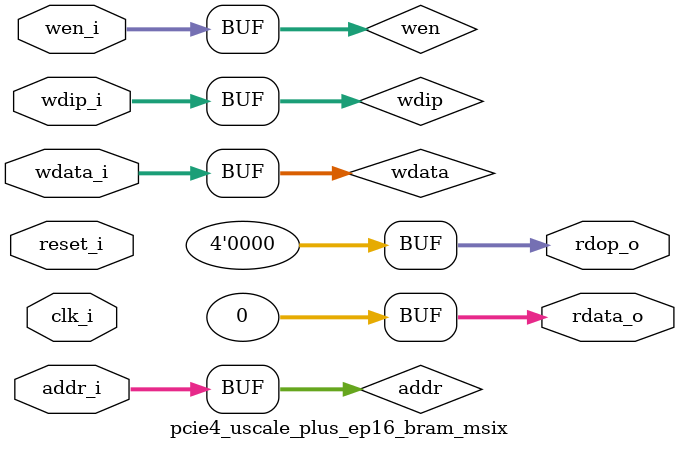
<source format=v>
`timescale 1ps/1ps

(* DowngradeIPIdentifiedWarnings = "yes" *)
module pcie4_uscale_plus_ep16_bram_msix #(

  parameter           TCQ = 100
, parameter           TO_RAM_PIPELINE="FALSE"
, parameter           FROM_RAM_PIPELINE="FALSE"
, parameter           MSIX_CAP_TABLE_SIZE=11'h0
, parameter           MSIX_TABLE_RAM_ENABLE="FALSE"

  ) (

  input  wire         clk_i,
  input  wire         reset_i,

  input  wire  [12:0] addr_i,
  input  wire  [31:0] wdata_i,
  input  wire   [3:0] wdip_i,
  input  wire   [3:0] wen_i,
  output wire  [31:0] rdata_o,
  output wire   [3:0] rdop_o

  );

  // WIP : Use Total number of functions (PFs + VFs) to calculate the NUM_BRAM_4K
  localparam integer NUM_BRAM_4K = (MSIX_TABLE_RAM_ENABLE == "TRUE") ? 8 : 0 ;
 

  reg          [12:0] addr;
  reg          [12:0] addr_p0;
  reg          [12:0] addr_p1;
  reg          [31:0] wdata;
  reg           [3:0] wdip;
  reg           [3:0] wen;
  reg          [31:0] reg_rdata;
  reg           [3:0] reg_rdop;
  wire         [31:0] rdata;
  wire          [3:0] rdop;
  genvar              i;
  wire    [(8*4)-1:0] bram_4k_wen;
  wire   [(8*32)-1:0] rdata_t;
  wire    [(8*4)-1:0] rdop_t;

  //
  // Optional input pipe stages
  //
  generate

    if (TO_RAM_PIPELINE == "TRUE") begin : TORAMPIPELINE

      always @(posedge clk_i) begin
     
        if (reset_i) begin

          addr <= #(TCQ) 13'b0;
          wdata <= #(TCQ) 32'b0;
          wdip <= #(TCQ) 4'b0;
          wen <= #(TCQ) 4'b0;

        end else begin

          addr <= #(TCQ) addr_i;
          wdata <= #(TCQ) wdata_i;
          wdip <= #(TCQ) wdip_i;
          wen <= #(TCQ) wen_i;

        end

      end

    end else begin : NOTORAMPIPELINE

      always @(*) begin

          addr = addr_i;
          wdata = wdata_i;
          wdip = wdip_i;
          wen = wen_i;

      end


    end

  endgenerate

  // 
  // Address pipeline
  //
  always @(posedge clk_i) begin
     
    if (reset_i) begin

      addr_p0 <= #(TCQ) 13'b0;
      addr_p1 <= #(TCQ) 13'b0;

    end else begin

      addr_p0 <= #(TCQ) addr;
      addr_p1 <= #(TCQ) addr_p0;

    end

  end

  //
  // Optional output pipe stages
  //
  generate

    if (FROM_RAM_PIPELINE == "TRUE") begin : FRMRAMPIPELINE


      always @(posedge clk_i) begin
     
        if (reset_i) begin

          reg_rdata <= #(TCQ) 32'b0;
          reg_rdop <= #(TCQ) 4'b0;

        end else begin

          case (addr_p1[12:10]) 
            3'b000 : begin
              reg_rdata <= #(TCQ) rdata_t[(32*(0))+31:(32*(0))+0];
              reg_rdop <= #(TCQ) rdop_t[(4*(0))+3:(4*(0))+0];
            end
            3'b001 : begin
              reg_rdata <= #(TCQ) rdata_t[(32*(1))+31:(32*(1))+0];
              reg_rdop <= #(TCQ) rdop_t[(4*(1))+3:(4*(1))+0];
            end
            3'b010 : begin
              reg_rdata <= #(TCQ) rdata_t[(32*(2))+31:(32*(2))+0];
              reg_rdop <= #(TCQ) rdop_t[(4*(2))+3:(4*(2))+0];
            end
            3'b011 : begin
              reg_rdata <= #(TCQ) rdata_t[(32*(3))+31:(32*(3))+0];
              reg_rdop <= #(TCQ) rdop_t[(4*(3))+3:(4*(3))+0];
            end
            3'b100 : begin
              reg_rdata <= #(TCQ) rdata_t[(32*(4))+31:(32*(4))+0];
              reg_rdop <= #(TCQ) rdop_t[(4*(4))+3:(4*(4))+0];
            end
            3'b101 : begin
              reg_rdata <= #(TCQ) rdata_t[(32*(5))+31:(32*(5))+0];
              reg_rdop <= #(TCQ) rdop_t[(4*(5))+3:(4*(5))+0];
            end
            3'b110 : begin
              reg_rdata <= #(TCQ) rdata_t[(32*(6))+31:(32*(6))+0];
              reg_rdop <= #(TCQ) rdop_t[(4*(6))+3:(4*(6))+0];
            end
            3'b111 : begin
              reg_rdata <= #(TCQ) rdata_t[(32*(7))+31:(32*(7))+0];
              reg_rdop <= #(TCQ) rdop_t[(4*(7))+3:(4*(7))+0];
            end
          endcase

        end

      end

    end else begin : NOFRMRAMPIPELINE

      always @(*) begin

          case (addr_p1[12:10]) 
            3'b000 : begin
              reg_rdata <= #(TCQ) rdata_t[(32*(0))+31:(32*(0))+0];
              reg_rdop <= #(TCQ) rdop_t[(4*(0))+3:(4*(0))+0];
            end
            3'b001 : begin
              reg_rdata <= #(TCQ) rdata_t[(32*(1))+31:(32*(1))+0];
              reg_rdop <= #(TCQ) rdop_t[(4*(1))+3:(4*(1))+0];
            end
            3'b010 : begin
              reg_rdata <= #(TCQ) rdata_t[(32*(2))+31:(32*(2))+0];
              reg_rdop <= #(TCQ) rdop_t[(4*(2))+3:(4*(2))+0];
            end
            3'b011 : begin
              reg_rdata <= #(TCQ) rdata_t[(32*(3))+31:(32*(3))+0];
              reg_rdop <= #(TCQ) rdop_t[(4*(3))+3:(4*(3))+0];
            end
            3'b100 : begin
              reg_rdata <= #(TCQ) rdata_t[(32*(4))+31:(32*(4))+0];
              reg_rdop <= #(TCQ) rdop_t[(4*(4))+3:(4*(4))+0];
            end
            3'b101 : begin
              reg_rdata <= #(TCQ) rdata_t[(32*(5))+31:(32*(5))+0];
              reg_rdop <= #(TCQ) rdop_t[(4*(5))+3:(4*(5))+0];
            end
            3'b110 : begin
              reg_rdata <= #(TCQ) rdata_t[(32*(6))+31:(32*(6))+0];
              reg_rdop <= #(TCQ) rdop_t[(4*(6))+3:(4*(6))+0];
            end
            3'b111 : begin
              reg_rdata <= #(TCQ) rdata_t[(32*(7))+31:(32*(7))+0];
              reg_rdop <= #(TCQ) rdop_t[(4*(7))+3:(4*(7))+0];
            end
          endcase

      end

    end
  
  endgenerate

  assign rdata_o = (MSIX_TABLE_RAM_ENABLE == "TRUE") ?  reg_rdata : 32'h0;
  assign rdop_o = (MSIX_TABLE_RAM_ENABLE == "TRUE") ? reg_rdop : 4'h0;

  generate 
  
    for (i=0; i<NUM_BRAM_4K; i=i+1) begin : BRAM4K

      pcie4_uscale_plus_ep16_bram_4k_int #(
          .TCQ(TCQ)
        )
        bram_4k_int (
    
          .clk_i (clk_i),
          .reset_i (reset_i),
    
          .addr_i(addr[9:0]),
          .wdata_i(wdata),
          .wdip_i(wdip),
          .wen_i(bram_4k_wen[(4*(i))+3:(4*(i))+0]),
          .rdata_o(rdata_t[(32*i)+31:(32*i)+0]),
          .rdop_o(rdop_t[(4*i)+3:(4*i)+0]),
          .baddr_i(10'b0),
          .brdata_o()

      );
      assign bram_4k_wen[(4*(i))+3:(4*(i))+0] = wen & {4{(i == addr[12:10])}};  
      
    end

  endgenerate

endmodule

</source>
